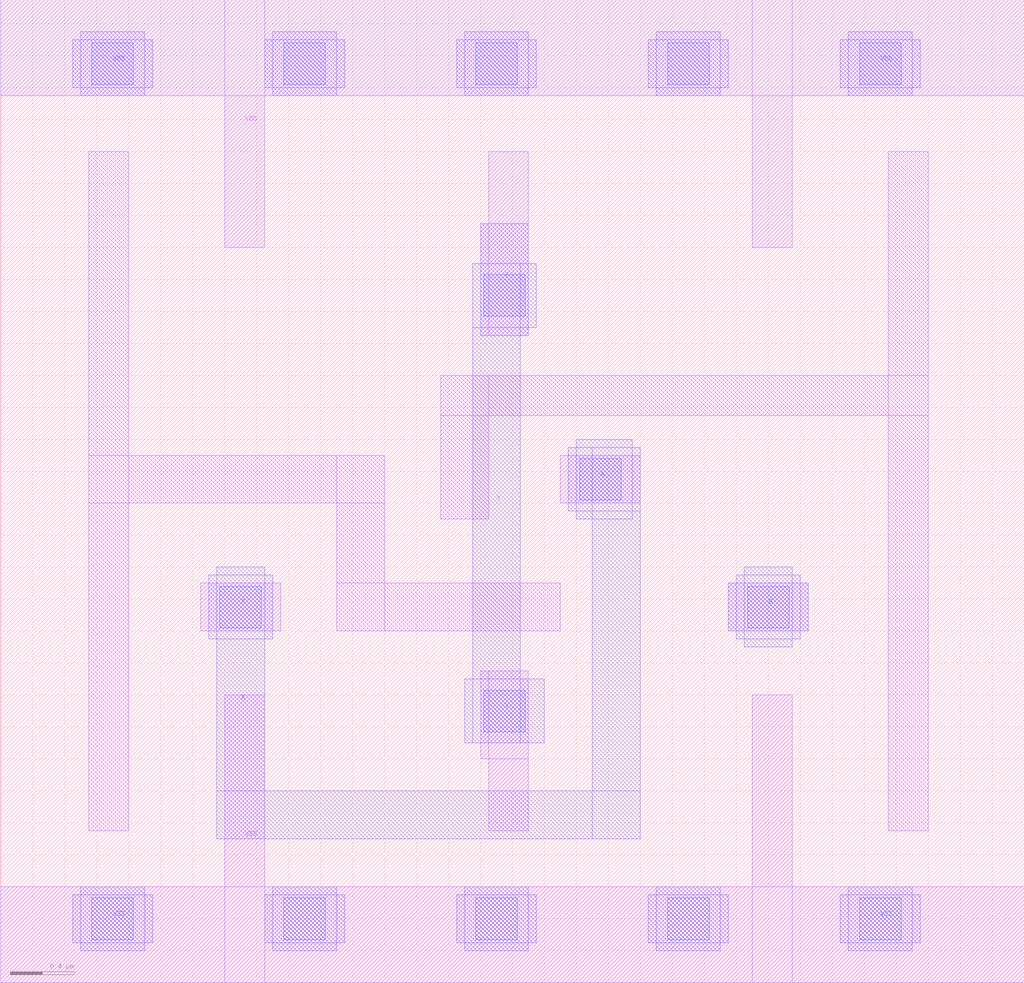
<source format=lef>
# Copyright 2022 Google LLC
# Licensed under the Apache License, Version 2.0 (the "License");
# you may not use this file except in compliance with the License.
# You may obtain a copy of the License at
#
#      http://www.apache.org/licenses/LICENSE-2.0
#
# Unless required by applicable law or agreed to in writing, software
# distributed under the License is distributed on an "AS IS" BASIS,
# WITHOUT WARRANTIES OR CONDITIONS OF ANY KIND, either express or implied.
# See the License for the specific language governing permissions and
# limitations under the License.
VERSION 5.7 ;
BUSBITCHARS "[]" ;
DIVIDERCHAR "/" ;

MACRO gf180mcu_osu_sc_9T_xnor2_1
  CLASS CORE ;
  ORIGIN 0 0 ;
  FOREIGN gf180mcu_osu_sc_9T_xnor2_1 0 0 ;
  SIZE 6.4 BY 6.15 ;
  SYMMETRY X Y ;
  SITE GF018hv5v_mcu_sc7 ;
  PIN A
    DIRECTION INPUT ;
    USE SIGNAL ;
    PORT
      LAYER MET1 ;
        RECT 3.5 3 4 3.3 ;
        RECT 1.25 2.2 1.75 2.5 ;
      LAYER MET2 ;
        RECT 3.55 2.95 4 3.35 ;
        RECT 3.7 0.9 4 3.35 ;
        RECT 3.6 2.9 3.95 3.4 ;
        RECT 1.35 0.9 4 1.2 ;
        RECT 1.3 2.15 1.7 2.55 ;
        RECT 1.35 0.9 1.65 2.6 ;
      LAYER VIA12 ;
        RECT 1.37 2.22 1.63 2.48 ;
        RECT 3.62 3.02 3.88 3.28 ;
    END
  END A
  PIN B
    DIRECTION INPUT ;
    USE SIGNAL ;
    PORT
      LAYER MET1 ;
        RECT 4.55 2.2 5.05 2.5 ;
      LAYER MET2 ;
        RECT 4.55 2.2 5.05 2.5 ;
        RECT 4.6 2.15 5 2.55 ;
        RECT 4.65 2.1 4.95 2.6 ;
      LAYER VIA12 ;
        RECT 4.67 2.22 4.93 2.48 ;
    END
  END B
  PIN VDD
    DIRECTION INOUT ;
    USE POWER ;
    SHAPE ABUTMENT ;
    PORT
      LAYER MET1 ;
        RECT 0 5.55 6.4 6.15 ;
        RECT 4.7 4.6 4.95 6.15 ;
        RECT 1.4 4.6 1.65 6.15 ;
      LAYER MET2 ;
        RECT 5.25 5.6 5.75 5.9 ;
        RECT 5.3 5.55 5.7 5.95 ;
        RECT 4.05 5.6 4.55 5.9 ;
        RECT 4.1 5.55 4.5 5.95 ;
        RECT 2.85 5.6 3.35 5.9 ;
        RECT 2.9 5.55 3.3 5.95 ;
        RECT 1.65 5.6 2.15 5.9 ;
        RECT 1.7 5.55 2.1 5.95 ;
        RECT 0.45 5.6 0.95 5.9 ;
        RECT 0.5 5.55 0.9 5.95 ;
      LAYER VIA12 ;
        RECT 0.57 5.62 0.83 5.88 ;
        RECT 1.77 5.62 2.03 5.88 ;
        RECT 2.97 5.62 3.23 5.88 ;
        RECT 4.17 5.62 4.43 5.88 ;
        RECT 5.37 5.62 5.63 5.88 ;
    END
  END VDD
  PIN VSS
    DIRECTION INOUT ;
    USE GROUND ;
    PORT
      LAYER MET1 ;
        RECT 0 0 6.4 0.6 ;
        RECT 4.7 0 4.95 1.8 ;
        RECT 1.4 0 1.65 1.8 ;
      LAYER MET2 ;
        RECT 5.25 0.25 5.75 0.55 ;
        RECT 5.3 0.2 5.7 0.6 ;
        RECT 4.05 0.25 4.55 0.55 ;
        RECT 4.1 0.2 4.5 0.6 ;
        RECT 2.85 0.25 3.35 0.55 ;
        RECT 2.9 0.2 3.3 0.6 ;
        RECT 1.65 0.25 2.15 0.55 ;
        RECT 1.7 0.2 2.1 0.6 ;
        RECT 0.45 0.25 0.95 0.55 ;
        RECT 0.5 0.2 0.9 0.6 ;
      LAYER VIA12 ;
        RECT 0.57 0.27 0.83 0.53 ;
        RECT 1.77 0.27 2.03 0.53 ;
        RECT 2.97 0.27 3.23 0.53 ;
        RECT 4.17 0.27 4.43 0.53 ;
        RECT 5.37 0.27 5.63 0.53 ;
    END
  END VSS
  PIN Y
    DIRECTION OUTPUT ;
    USE SIGNAL ;
    PORT
      LAYER MET1 ;
        RECT 3 1.4 3.3 1.95 ;
        RECT 3.05 0.95 3.3 1.95 ;
        RECT 3.05 4.05 3.3 5.2 ;
        RECT 3 4.05 3.3 4.75 ;
      LAYER MET2 ;
        RECT 2.9 1.5 3.4 1.9 ;
        RECT 2.95 4.1 3.35 4.5 ;
        RECT 3 4.05 3.3 4.75 ;
        RECT 2.95 1.5 3.25 4.5 ;
      LAYER VIA12 ;
        RECT 3.02 4.17 3.28 4.43 ;
        RECT 3.02 1.57 3.28 1.83 ;
    END
  END Y
  OBS
    LAYER MET1 ;
      RECT 5.55 0.95 5.8 5.2 ;
      RECT 2.75 3.55 5.8 3.8 ;
      RECT 2.75 2.9 3.05 3.8 ;
      RECT 0.55 0.95 0.8 5.2 ;
      RECT 0.55 3 2.4 3.3 ;
      RECT 2.1 2.2 2.4 3.3 ;
      RECT 2.1 2.2 3.5 2.5 ;
  END
END gf180mcu_osu_sc_9T_xnor2_1

</source>
